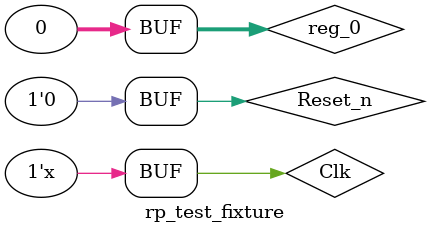
<source format=v>
`timescale 1ns / 1ps


module rp_test_fixture;

	// Inputs
	reg [31:0] reg_0;
	reg Clk;
	reg Reset_n;

	// Outputs
	wire [31:0] reg_1;

	// Instantiate the Unit Under Test (UUT)
	rp uut (
		.reg_0(reg_0), 
		.reg_1(reg_1), 
		.Clk(Clk), 
		.Reset_n(Reset_n)
	);

	initial begin
		// Initialize Inputs
		reg_0 = 0;
		Clk = 0;
		Reset_n = 0;

		// Wait 100 ns for global reset to finish
		#100;
       
		reg_0 = 32'hFFFFFFFF;
		
		#100;
		
		reg_0 = 32'h00000000;
		Reset_n = 1;
		
		#100;
		
		Reset_n = 0;

	end
	
	always
		begin
			#10 Clk = ~Clk;
		
		end
      
endmodule


</source>
